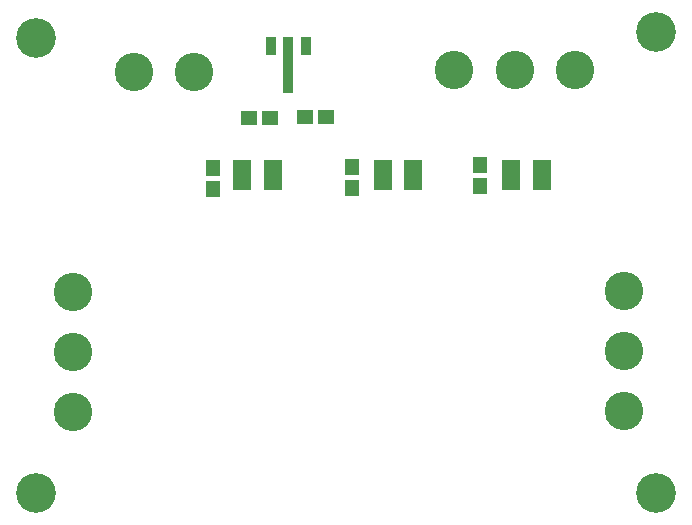
<source format=gbr>
G04 DesignSpark PCB Gerber Version 9.0 Build 5138 *
G04 #@! TF.Part,Single*
G04 #@! TF.FileFunction,Soldermask,Top *
G04 #@! TF.FilePolarity,Negative *
%FSLAX35Y35*%
%MOIN*%
G04 #@! TA.AperFunction,SMDPad,CuDef*
%ADD134R,0.03700X0.06000*%
%ADD135R,0.03700X0.18500*%
%ADD139R,0.04937X0.05291*%
G04 #@! TA.AperFunction,ComponentPad*
%ADD136C,0.12811*%
G04 #@! TA.AperFunction,WasherPad*
%ADD133C,0.13205*%
G04 #@! TA.AperFunction,SMDPad,CuDef*
%ADD137R,0.06200X0.02575*%
%ADD138R,0.05291X0.04937*%
X0Y0D02*
D02*
D133*
X11274Y10486D03*
Y162061D03*
X217967Y10486D03*
Y164030D03*
D02*
D134*
X89423Y159305D03*
X101234D03*
D02*
D135*
X95329Y153055D03*
D02*
D136*
X23478Y37455D03*
Y57455D03*
Y77533D03*
X43852Y150841D03*
X63852D03*
X150644Y151431D03*
X170722D03*
X190722D03*
X207238Y37652D03*
Y57652D03*
Y77730D03*
D02*
D137*
X79935Y112730D03*
Y115211D03*
Y117671D03*
Y120033D03*
X90171Y112730D03*
Y115211D03*
Y117671D03*
Y120033D03*
X126687Y112730D03*
Y115211D03*
Y117671D03*
Y120033D03*
X136923Y112730D03*
Y115211D03*
Y117671D03*
Y120033D03*
X169600Y112730D03*
Y115211D03*
Y117671D03*
Y120033D03*
X179837Y112730D03*
Y115211D03*
Y117671D03*
Y120033D03*
D02*
D138*
X82085Y135388D03*
X89085D03*
X100687Y135781D03*
X107687D03*
D02*
D139*
X70329Y111789D03*
Y118789D03*
X116392Y112183D03*
Y119183D03*
X159305Y112577D03*
Y119577D03*
X0Y0D02*
M02*

</source>
